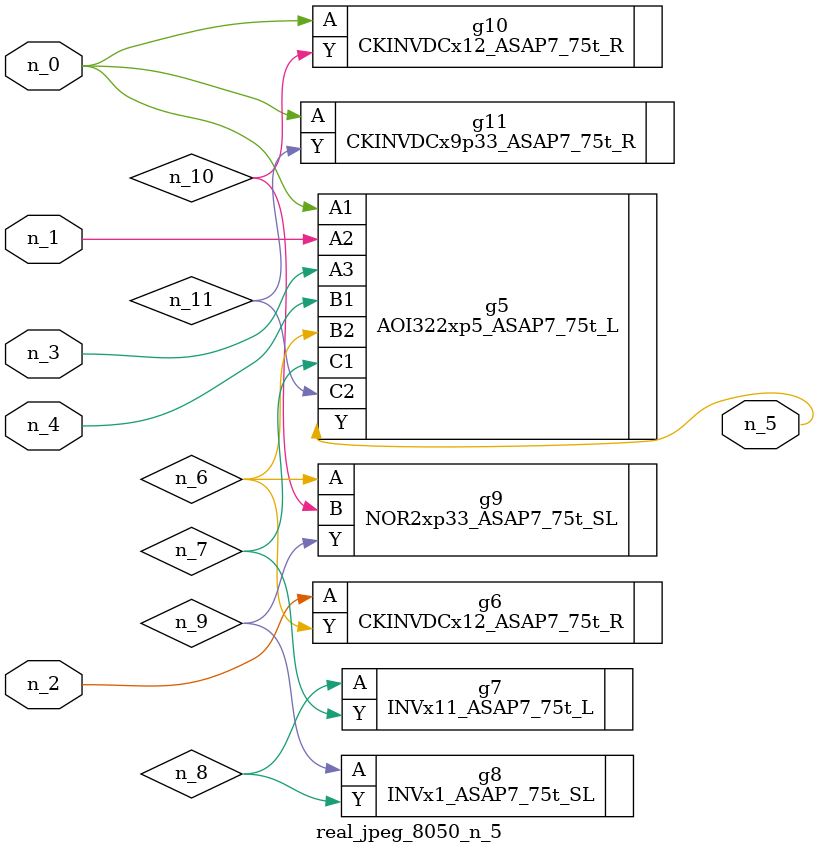
<source format=v>
module real_jpeg_8050_n_5 (n_4, n_0, n_1, n_2, n_3, n_5);

input n_4;
input n_0;
input n_1;
input n_2;
input n_3;

output n_5;

wire n_8;
wire n_11;
wire n_6;
wire n_7;
wire n_10;
wire n_9;

AOI322xp5_ASAP7_75t_L g5 ( 
.A1(n_0),
.A2(n_1),
.A3(n_3),
.B1(n_4),
.B2(n_6),
.C1(n_7),
.C2(n_11),
.Y(n_5)
);

CKINVDCx12_ASAP7_75t_R g10 ( 
.A(n_0),
.Y(n_10)
);

CKINVDCx9p33_ASAP7_75t_R g11 ( 
.A(n_0),
.Y(n_11)
);

CKINVDCx12_ASAP7_75t_R g6 ( 
.A(n_2),
.Y(n_6)
);

NOR2xp33_ASAP7_75t_SL g9 ( 
.A(n_6),
.B(n_10),
.Y(n_9)
);

INVx11_ASAP7_75t_L g7 ( 
.A(n_8),
.Y(n_7)
);

INVx1_ASAP7_75t_SL g8 ( 
.A(n_9),
.Y(n_8)
);


endmodule
</source>
